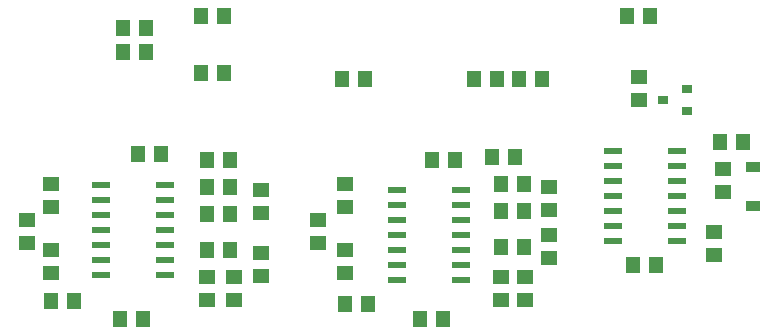
<source format=gbr>
G04 #@! TF.GenerationSoftware,KiCad,Pcbnew,(5.0.0-rc2-39-ga12b9db58)*
G04 #@! TF.CreationDate,2018-05-30T03:55:21-03:00*
G04 #@! TF.ProjectId,Signal,5369676E616C2E6B696361645F706362,rev?*
G04 #@! TF.SameCoordinates,Original*
G04 #@! TF.FileFunction,Paste,Bot*
G04 #@! TF.FilePolarity,Positive*
%FSLAX46Y46*%
G04 Gerber Fmt 4.6, Leading zero omitted, Abs format (unit mm)*
G04 Created by KiCad (PCBNEW (5.0.0-rc2-39-ga12b9db58)) date Wed May 30 03:55:21 2018*
%MOMM*%
%LPD*%
G01*
G04 APERTURE LIST*
%ADD10R,0.900000X0.800000*%
%ADD11R,1.295000X1.400000*%
%ADD12R,1.400000X1.295000*%
%ADD13R,1.200000X0.900000*%
%ADD14R,1.500000X0.600000*%
G04 APERTURE END LIST*
D10*
G04 #@! TO.C,Q1*
X73136000Y-23942000D03*
X73136000Y-25842000D03*
X71136000Y-24892000D03*
G04 #@! TD*
D11*
G04 #@! TO.C,R18*
X46179500Y-42164000D03*
X44244500Y-42164000D03*
G04 #@! TD*
G04 #@! TO.C,C14*
X32560500Y-34544000D03*
X34495500Y-34544000D03*
G04 #@! TD*
D12*
G04 #@! TO.C,C13*
X37084000Y-37894500D03*
X37084000Y-39829500D03*
G04 #@! TD*
D11*
G04 #@! TO.C,C12*
X32560500Y-29972000D03*
X34495500Y-29972000D03*
G04 #@! TD*
G04 #@! TO.C,C11*
X28653500Y-29464000D03*
X26718500Y-29464000D03*
G04 #@! TD*
D12*
G04 #@! TO.C,C1*
X76200000Y-32717500D03*
X76200000Y-30782500D03*
G04 #@! TD*
D11*
G04 #@! TO.C,C2*
X68628500Y-38862000D03*
X70563500Y-38862000D03*
G04 #@! TD*
G04 #@! TO.C,C7*
X51610500Y-29972000D03*
X53545500Y-29972000D03*
G04 #@! TD*
G04 #@! TO.C,C8*
X58625500Y-29718000D03*
X56690500Y-29718000D03*
G04 #@! TD*
D12*
G04 #@! TO.C,C9*
X61516500Y-36370500D03*
X61516500Y-38305500D03*
G04 #@! TD*
D11*
G04 #@! TO.C,C10*
X59387500Y-34290000D03*
X57452500Y-34290000D03*
G04 #@! TD*
D13*
G04 #@! TO.C,D1*
X78740000Y-30608000D03*
X78740000Y-33908000D03*
G04 #@! TD*
D12*
G04 #@! TO.C,R16*
X41910000Y-37035500D03*
X41910000Y-35100500D03*
G04 #@! TD*
G04 #@! TO.C,100k7*
X59436000Y-41861500D03*
X59436000Y-39926500D03*
G04 #@! TD*
G04 #@! TO.C,R12*
X44196000Y-33987500D03*
X44196000Y-32052500D03*
G04 #@! TD*
G04 #@! TO.C,R1*
X75438000Y-36116500D03*
X75438000Y-38051500D03*
G04 #@! TD*
D11*
G04 #@! TO.C,R2*
X68120500Y-17780000D03*
X70055500Y-17780000D03*
G04 #@! TD*
G04 #@! TO.C,R3*
X75994500Y-28448000D03*
X77929500Y-28448000D03*
G04 #@! TD*
D12*
G04 #@! TO.C,R4*
X69088000Y-24892000D03*
X69088000Y-22957000D03*
G04 #@! TD*
D11*
G04 #@! TO.C,R10*
X50594500Y-43434000D03*
X52529500Y-43434000D03*
G04 #@! TD*
D12*
G04 #@! TO.C,R11*
X57404000Y-41861500D03*
X57404000Y-39926500D03*
G04 #@! TD*
D11*
G04 #@! TO.C,R_shunt1*
X45925500Y-23114000D03*
X43990500Y-23114000D03*
G04 #@! TD*
G04 #@! TO.C,R28*
X19352500Y-41910000D03*
X21287500Y-41910000D03*
G04 #@! TD*
D12*
G04 #@! TO.C,R27*
X19304000Y-39575500D03*
X19304000Y-37640500D03*
G04 #@! TD*
G04 #@! TO.C,100k8*
X61468000Y-32306500D03*
X61468000Y-34241500D03*
G04 #@! TD*
D11*
G04 #@! TO.C,R25*
X32560500Y-32258000D03*
X34495500Y-32258000D03*
G04 #@! TD*
D12*
G04 #@! TO.C,R24*
X37084000Y-34495500D03*
X37084000Y-32560500D03*
G04 #@! TD*
G04 #@! TO.C,R23*
X34798000Y-39926500D03*
X34798000Y-41861500D03*
G04 #@! TD*
G04 #@! TO.C,R22*
X19304000Y-33987500D03*
X19304000Y-32052500D03*
G04 #@! TD*
G04 #@! TO.C,R21*
X32512000Y-41861500D03*
X32512000Y-39926500D03*
G04 #@! TD*
D11*
G04 #@! TO.C,R20*
X25194500Y-43434000D03*
X27129500Y-43434000D03*
G04 #@! TD*
G04 #@! TO.C,R19*
X57452500Y-37338000D03*
X59387500Y-37338000D03*
G04 #@! TD*
D12*
G04 #@! TO.C,R17*
X44196000Y-37640500D03*
X44196000Y-39575500D03*
G04 #@! TD*
G04 #@! TO.C,R26*
X17272000Y-37035500D03*
X17272000Y-35100500D03*
G04 #@! TD*
D11*
G04 #@! TO.C,100k9*
X59387500Y-32004000D03*
X57452500Y-32004000D03*
G04 #@! TD*
G04 #@! TO.C,R29*
X34495500Y-37592000D03*
X32560500Y-37592000D03*
G04 #@! TD*
G04 #@! TO.C,R35*
X25448500Y-20828000D03*
X27383500Y-20828000D03*
G04 #@! TD*
D14*
G04 #@! TO.C,U3*
X48608000Y-40132000D03*
X48608000Y-38862000D03*
X48608000Y-37592000D03*
X48608000Y-36322000D03*
X48608000Y-35052000D03*
X48608000Y-33782000D03*
X48608000Y-32512000D03*
X54008000Y-32512000D03*
X54008000Y-33782000D03*
X54008000Y-35052000D03*
X54008000Y-36322000D03*
X54008000Y-37592000D03*
X54008000Y-38862000D03*
X54008000Y-40132000D03*
G04 #@! TD*
D11*
G04 #@! TO.C,R31*
X32052500Y-17780000D03*
X33987500Y-17780000D03*
G04 #@! TD*
G04 #@! TO.C,R30*
X25448500Y-18796000D03*
X27383500Y-18796000D03*
G04 #@! TD*
G04 #@! TO.C,R33*
X58976500Y-23114000D03*
X60911500Y-23114000D03*
G04 #@! TD*
G04 #@! TO.C,R32*
X33987500Y-22606000D03*
X32052500Y-22606000D03*
G04 #@! TD*
G04 #@! TO.C,R34*
X55166500Y-23114000D03*
X57101500Y-23114000D03*
G04 #@! TD*
D14*
G04 #@! TO.C,U4*
X28989000Y-39751000D03*
X28989000Y-38481000D03*
X28989000Y-37211000D03*
X28989000Y-35941000D03*
X28989000Y-34671000D03*
X28989000Y-33401000D03*
X28989000Y-32131000D03*
X23589000Y-32131000D03*
X23589000Y-33401000D03*
X23589000Y-34671000D03*
X23589000Y-35941000D03*
X23589000Y-37211000D03*
X23589000Y-38481000D03*
X23589000Y-39751000D03*
G04 #@! TD*
G04 #@! TO.C,U2*
X66896000Y-36830000D03*
X66896000Y-35560000D03*
X66896000Y-34290000D03*
X66896000Y-33020000D03*
X66896000Y-31750000D03*
X66896000Y-30480000D03*
X66896000Y-29210000D03*
X72296000Y-29210000D03*
X72296000Y-30480000D03*
X72296000Y-31750000D03*
X72296000Y-33020000D03*
X72296000Y-34290000D03*
X72296000Y-35560000D03*
X72296000Y-36830000D03*
G04 #@! TD*
M02*

</source>
